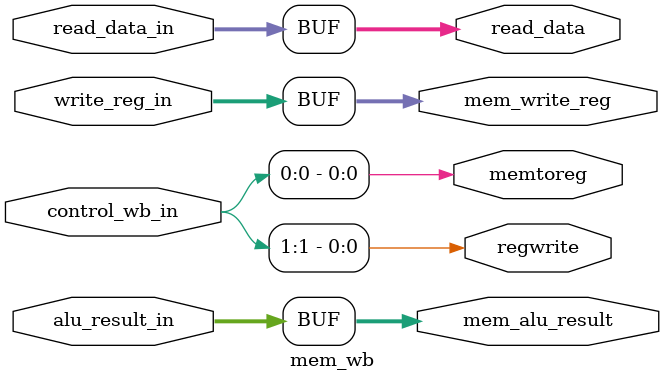
<source format=v>
`timescale 1ns / 1ps


module mem_wb(
	input wire [1:0] control_wb_in,
	input wire [31:0] read_data_in, alu_result_in,
	input wire [4:0] write_reg_in,
	output reg regwrite, memtoreg,
	output reg [31:0] read_data, mem_alu_result,
	output reg [4:0] mem_write_reg
   );

	initial begin
		regwrite <= 0;
		memtoreg <= 0;
		read_data <= 0;
		mem_alu_result <= 0;
		mem_write_reg <= 0;

	end
	always@* begin //replace * with (posedge clk)
	#1
		regwrite <= control_wb_in[1]; 
		memtoreg <= control_wb_in[0];
		read_data <= read_data_in;
		mem_alu_result <= alu_result_in;
		mem_write_reg <= write_reg_in;
	end
endmodule

</source>
